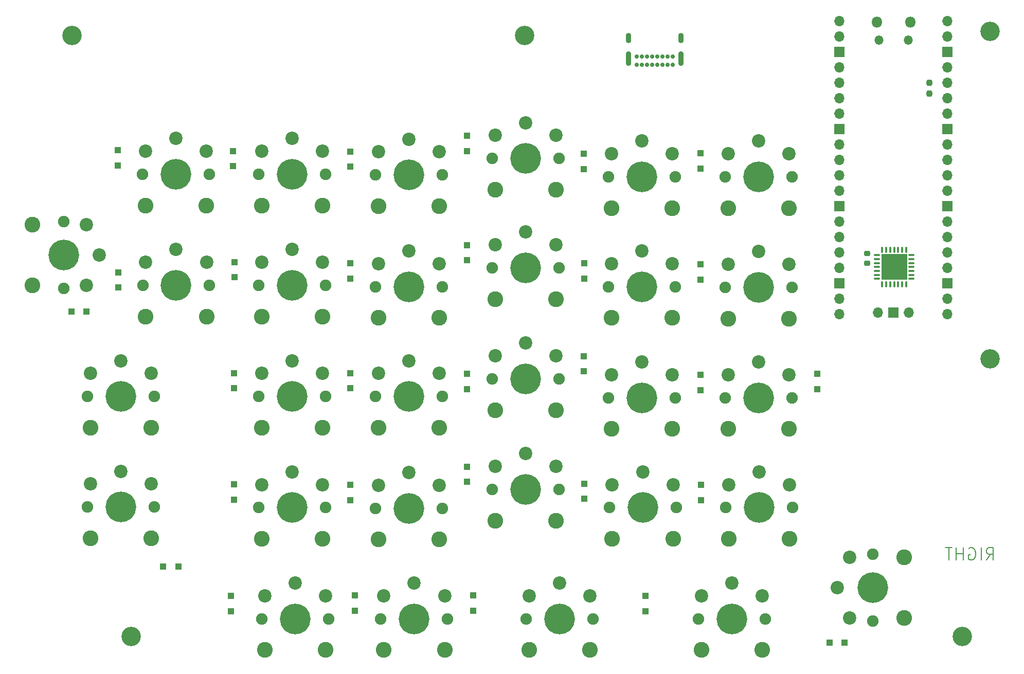
<source format=gbr>
%TF.GenerationSoftware,KiCad,Pcbnew,(6.0.6-0)*%
%TF.CreationDate,2023-01-06T16:27:02+00:00*%
%TF.ProjectId,MacSplit60,4d616353-706c-4697-9436-302e6b696361,rev?*%
%TF.SameCoordinates,Original*%
%TF.FileFunction,Soldermask,Bot*%
%TF.FilePolarity,Negative*%
%FSLAX46Y46*%
G04 Gerber Fmt 4.6, Leading zero omitted, Abs format (unit mm)*
G04 Created by KiCad (PCBNEW (6.0.6-0)) date 2023-01-06 16:27:02*
%MOMM*%
%LPD*%
G01*
G04 APERTURE LIST*
G04 Aperture macros list*
%AMRoundRect*
0 Rectangle with rounded corners*
0 $1 Rounding radius*
0 $2 $3 $4 $5 $6 $7 $8 $9 X,Y pos of 4 corners*
0 Add a 4 corners polygon primitive as box body*
4,1,4,$2,$3,$4,$5,$6,$7,$8,$9,$2,$3,0*
0 Add four circle primitives for the rounded corners*
1,1,$1+$1,$2,$3*
1,1,$1+$1,$4,$5*
1,1,$1+$1,$6,$7*
1,1,$1+$1,$8,$9*
0 Add four rect primitives between the rounded corners*
20,1,$1+$1,$2,$3,$4,$5,0*
20,1,$1+$1,$4,$5,$6,$7,0*
20,1,$1+$1,$6,$7,$8,$9,0*
20,1,$1+$1,$8,$9,$2,$3,0*%
G04 Aperture macros list end*
%ADD10C,0.150000*%
%ADD11C,1.900000*%
%ADD12C,5.050000*%
%ADD13C,2.600000*%
%ADD14C,2.200000*%
%ADD15O,1.800000X1.800000*%
%ADD16O,1.500000X1.500000*%
%ADD17O,1.700000X1.700000*%
%ADD18R,1.700000X1.700000*%
%ADD19C,3.200000*%
%ADD20C,0.700000*%
%ADD21O,0.900000X1.700000*%
%ADD22O,0.900000X2.400000*%
%ADD23R,1.000000X1.000000*%
%ADD24RoundRect,0.075000X-0.437500X-0.075000X0.437500X-0.075000X0.437500X0.075000X-0.437500X0.075000X0*%
%ADD25RoundRect,0.075000X-0.075000X-0.437500X0.075000X-0.437500X0.075000X0.437500X-0.075000X0.437500X0*%
%ADD26R,4.250000X4.250000*%
%ADD27RoundRect,0.237500X-0.237500X0.250000X-0.237500X-0.250000X0.237500X-0.250000X0.237500X0.250000X0*%
%ADD28RoundRect,0.225000X0.250000X-0.225000X0.250000X0.225000X-0.250000X0.225000X-0.250000X-0.225000X0*%
G04 APERTURE END LIST*
D10*
X248266666Y-125704761D02*
X248933333Y-124752380D01*
X249409523Y-125704761D02*
X249409523Y-123704761D01*
X248647619Y-123704761D01*
X248457142Y-123800000D01*
X248361904Y-123895238D01*
X248266666Y-124085714D01*
X248266666Y-124371428D01*
X248361904Y-124561904D01*
X248457142Y-124657142D01*
X248647619Y-124752380D01*
X249409523Y-124752380D01*
X247409523Y-125704761D02*
X247409523Y-123704761D01*
X245409523Y-123800000D02*
X245600000Y-123704761D01*
X245885714Y-123704761D01*
X246171428Y-123800000D01*
X246361904Y-123990476D01*
X246457142Y-124180952D01*
X246552380Y-124561904D01*
X246552380Y-124847619D01*
X246457142Y-125228571D01*
X246361904Y-125419047D01*
X246171428Y-125609523D01*
X245885714Y-125704761D01*
X245695238Y-125704761D01*
X245409523Y-125609523D01*
X245314285Y-125514285D01*
X245314285Y-124847619D01*
X245695238Y-124847619D01*
X244457142Y-125704761D02*
X244457142Y-123704761D01*
X244457142Y-124657142D02*
X243314285Y-124657142D01*
X243314285Y-125704761D02*
X243314285Y-123704761D01*
X242647619Y-123704761D02*
X241504761Y-123704761D01*
X242076190Y-125704761D02*
X242076190Y-123704761D01*
D11*
%TO.C,SW2*%
X128500000Y-62200000D03*
X139500000Y-62200000D03*
D12*
X134000000Y-62200000D03*
D13*
X129000000Y-67350000D03*
X139000000Y-67350000D03*
D14*
X134000000Y-56300000D03*
X129000000Y-58400000D03*
X139000000Y-58400000D03*
%TD*%
D11*
%TO.C,SW18*%
X205300000Y-99000000D03*
D13*
X215800000Y-104150000D03*
D12*
X210800000Y-99000000D03*
D13*
X205800000Y-104150000D03*
D11*
X216300000Y-99000000D03*
D14*
X210800000Y-93100000D03*
X205800000Y-95200000D03*
X215800000Y-95200000D03*
%TD*%
D15*
%TO.C,U1*%
X230275000Y-37100000D03*
D16*
X235425000Y-40130000D03*
X230575000Y-40130000D03*
D15*
X235725000Y-37100000D03*
D17*
X224110000Y-36970000D03*
X224110000Y-39510000D03*
D18*
X224110000Y-42050000D03*
D17*
X224110000Y-44590000D03*
X224110000Y-47130000D03*
X224110000Y-49670000D03*
X224110000Y-52210000D03*
D18*
X224110000Y-54750000D03*
D17*
X224110000Y-57290000D03*
X224110000Y-59830000D03*
X224110000Y-62370000D03*
X224110000Y-64910000D03*
D18*
X224110000Y-67450000D03*
D17*
X224110000Y-69990000D03*
X224110000Y-72530000D03*
X224110000Y-75070000D03*
X224110000Y-77610000D03*
D18*
X224110000Y-80150000D03*
D17*
X224110000Y-82690000D03*
X224110000Y-85230000D03*
X241890000Y-85230000D03*
X241890000Y-82690000D03*
D18*
X241890000Y-80150000D03*
D17*
X241890000Y-77610000D03*
X241890000Y-75070000D03*
X241890000Y-72530000D03*
X241890000Y-69990000D03*
D18*
X241890000Y-67450000D03*
D17*
X241890000Y-64910000D03*
X241890000Y-62370000D03*
X241890000Y-59830000D03*
X241890000Y-57290000D03*
D18*
X241890000Y-54750000D03*
D17*
X241890000Y-52210000D03*
X241890000Y-49670000D03*
X241890000Y-47130000D03*
X241890000Y-44590000D03*
D18*
X241890000Y-42050000D03*
D17*
X241890000Y-39510000D03*
X241890000Y-36970000D03*
X230460000Y-85000000D03*
D18*
X233000000Y-85000000D03*
D17*
X235540000Y-85000000D03*
%TD*%
D11*
%TO.C,SW23*%
X186200000Y-117100000D03*
D13*
X196700000Y-122250000D03*
D11*
X197200000Y-117100000D03*
D13*
X186700000Y-122250000D03*
D12*
X191700000Y-117100000D03*
D14*
X191700000Y-111200000D03*
X196700000Y-113300000D03*
X186700000Y-113300000D03*
%TD*%
D19*
%TO.C,H7*%
X172300000Y-39300000D03*
%TD*%
D13*
%TO.C,SW29*%
X234750000Y-135300000D03*
D11*
X229600000Y-124800000D03*
D12*
X229600000Y-130300000D03*
D11*
X229600000Y-135800000D03*
D13*
X234750000Y-125300000D03*
D14*
X223700000Y-130300000D03*
X225800000Y-135300000D03*
X225800000Y-125300000D03*
%TD*%
D12*
%TO.C,SW14*%
X134000000Y-98800000D03*
D13*
X139000000Y-103950000D03*
X129000000Y-103950000D03*
D11*
X128500000Y-98800000D03*
X139500000Y-98800000D03*
D14*
X134000000Y-92900000D03*
X139000000Y-95000000D03*
X129000000Y-95000000D03*
%TD*%
D20*
%TO.C,J1*%
X196675000Y-44125000D03*
X195825000Y-44125000D03*
X194975000Y-44125000D03*
X194125000Y-44125000D03*
X193275000Y-44125000D03*
X192425000Y-44125000D03*
X191575000Y-44125000D03*
X190725000Y-44125000D03*
X190725000Y-42775000D03*
X191575000Y-42775000D03*
X192425000Y-42775000D03*
X193275000Y-42775000D03*
X194125000Y-42775000D03*
X194975000Y-42775000D03*
X195825000Y-42775000D03*
X196675000Y-42775000D03*
D21*
X198025000Y-39765000D03*
X189375000Y-39765000D03*
D22*
X198025000Y-43145000D03*
X189375000Y-43145000D03*
%TD*%
D12*
%TO.C,SW13*%
X105800291Y-98800000D03*
D11*
X100300291Y-98800000D03*
X111300291Y-98800000D03*
D13*
X110800291Y-103950000D03*
X100800291Y-103950000D03*
D14*
X105800291Y-92900000D03*
X110800291Y-95000000D03*
X100800291Y-95000000D03*
%TD*%
D11*
%TO.C,SW6*%
X205300000Y-62600000D03*
D12*
X210800000Y-62600000D03*
D13*
X205800000Y-67750000D03*
D11*
X216300000Y-62600000D03*
D13*
X215800000Y-67750000D03*
D14*
X210800000Y-56700000D03*
X205800000Y-58800000D03*
X215800000Y-58800000D03*
%TD*%
D12*
%TO.C,SW27*%
X178000000Y-135394035D03*
D13*
X183000000Y-140544035D03*
D11*
X172500000Y-135394035D03*
X183500000Y-135394035D03*
D13*
X173000000Y-140544035D03*
D14*
X178000000Y-129494035D03*
X173000000Y-131594035D03*
X183000000Y-131594035D03*
%TD*%
D13*
%TO.C,SW10*%
X177400000Y-82750000D03*
D11*
X177900000Y-77600000D03*
X166900000Y-77600000D03*
D13*
X167400000Y-82750000D03*
D12*
X172400000Y-77600000D03*
D14*
X172400000Y-71700000D03*
X167400000Y-73800000D03*
X177400000Y-73800000D03*
%TD*%
D11*
%TO.C,SW1*%
X120370058Y-62200000D03*
X109370058Y-62200000D03*
D13*
X119870058Y-67350000D03*
X109870058Y-67350000D03*
D12*
X114870058Y-62200000D03*
D14*
X114870058Y-56300000D03*
X119870058Y-58400000D03*
X109870058Y-58400000D03*
%TD*%
D11*
%TO.C,SW11*%
X197100000Y-80700000D03*
D12*
X191600000Y-80700000D03*
D13*
X196600000Y-85850000D03*
D11*
X186100000Y-80700000D03*
D13*
X186600000Y-85850000D03*
D14*
X191600000Y-74800000D03*
X186600000Y-76900000D03*
X196600000Y-76900000D03*
%TD*%
D19*
%TO.C,H2*%
X244300000Y-138300000D03*
%TD*%
D13*
%TO.C,SW30*%
X91220058Y-70500000D03*
X91220058Y-80500000D03*
D11*
X96370058Y-81000000D03*
X96370058Y-70000000D03*
D12*
X96370058Y-75500000D03*
D14*
X102270058Y-75500000D03*
X100170058Y-70500000D03*
X100170058Y-80500000D03*
%TD*%
D12*
%TO.C,SW21*%
X153200000Y-117200000D03*
D13*
X148200000Y-122350000D03*
D11*
X147700000Y-117200000D03*
D13*
X158200000Y-122350000D03*
D11*
X158700000Y-117200000D03*
D14*
X153200000Y-111300000D03*
X158200000Y-113400000D03*
X148200000Y-113400000D03*
%TD*%
D19*
%TO.C,H5*%
X248900000Y-92600000D03*
%TD*%
D13*
%TO.C,SW9*%
X158200000Y-85850000D03*
D11*
X147700000Y-80700000D03*
D12*
X153200000Y-80700000D03*
D13*
X148200000Y-85850000D03*
D11*
X158700000Y-80700000D03*
D14*
X153200000Y-74800000D03*
X158200000Y-76900000D03*
X148200000Y-76900000D03*
%TD*%
D19*
%TO.C,H4*%
X97800000Y-39300000D03*
%TD*%
D11*
%TO.C,SW4*%
X166900000Y-59600000D03*
D13*
X167400000Y-64750000D03*
D11*
X177900000Y-59600000D03*
D12*
X172400000Y-59600000D03*
D13*
X177400000Y-64750000D03*
D14*
X172400000Y-53700000D03*
X167400000Y-55800000D03*
X177400000Y-55800000D03*
%TD*%
D13*
%TO.C,SW7*%
X119900291Y-85650000D03*
D11*
X109400291Y-80500000D03*
D13*
X109900291Y-85650000D03*
D12*
X114900291Y-80500000D03*
D11*
X120400291Y-80500000D03*
D14*
X114900291Y-74600000D03*
X119900291Y-76700000D03*
X109900291Y-76700000D03*
%TD*%
D19*
%TO.C,H6*%
X107500000Y-138300000D03*
%TD*%
D11*
%TO.C,SW17*%
X186100000Y-99000000D03*
X197100000Y-99000000D03*
D12*
X191600000Y-99000000D03*
D13*
X196600000Y-104150000D03*
X186600000Y-104150000D03*
D14*
X191600000Y-93100000D03*
X196600000Y-95200000D03*
X186600000Y-95200000D03*
%TD*%
D13*
%TO.C,SW19*%
X100800291Y-122150000D03*
D11*
X111300291Y-117000000D03*
D13*
X110800291Y-122150000D03*
D11*
X100300291Y-117000000D03*
D12*
X105800291Y-117000000D03*
D14*
X105800291Y-111100000D03*
X110800291Y-113200000D03*
X100800291Y-113200000D03*
%TD*%
D12*
%TO.C,SW24*%
X210900000Y-117100000D03*
D13*
X205900000Y-122250000D03*
D11*
X205400000Y-117100000D03*
X216400000Y-117100000D03*
D13*
X215900000Y-122250000D03*
D14*
X210900000Y-111200000D03*
X215900000Y-113300000D03*
X205900000Y-113300000D03*
%TD*%
D13*
%TO.C,SW28*%
X201399709Y-140544035D03*
D12*
X206399709Y-135394035D03*
D13*
X211399709Y-140544035D03*
D11*
X200899709Y-135394035D03*
X211899709Y-135394035D03*
D14*
X206399709Y-129494035D03*
X201399709Y-131594035D03*
X211399709Y-131594035D03*
%TD*%
D13*
%TO.C,SW5*%
X196600000Y-67750000D03*
D12*
X191600000Y-62600000D03*
D13*
X186600000Y-67750000D03*
D11*
X186100000Y-62600000D03*
X197100000Y-62600000D03*
D14*
X191600000Y-56700000D03*
X186600000Y-58800000D03*
X196600000Y-58800000D03*
%TD*%
D11*
%TO.C,SW3*%
X158700000Y-62300000D03*
D13*
X148200000Y-67450000D03*
D11*
X147700000Y-62300000D03*
D13*
X158200000Y-67450000D03*
D12*
X153200000Y-62300000D03*
D14*
X153200000Y-56400000D03*
X148200000Y-58500000D03*
X158200000Y-58500000D03*
%TD*%
D13*
%TO.C,SW25*%
X139500000Y-140550000D03*
D11*
X129000000Y-135400000D03*
D12*
X134500000Y-135400000D03*
D13*
X129500000Y-140550000D03*
D11*
X140000000Y-135400000D03*
D14*
X134500000Y-129500000D03*
X139500000Y-131600000D03*
X129500000Y-131600000D03*
%TD*%
D11*
%TO.C,SW22*%
X177900000Y-114100000D03*
D13*
X177400000Y-119250000D03*
D11*
X166900000Y-114100000D03*
D13*
X167400000Y-119250000D03*
D12*
X172400000Y-114100000D03*
D14*
X172400000Y-108200000D03*
X177400000Y-110300000D03*
X167400000Y-110300000D03*
%TD*%
D12*
%TO.C,SW15*%
X153200000Y-98800000D03*
D11*
X147700000Y-98800000D03*
D13*
X148200000Y-103950000D03*
X158200000Y-103950000D03*
D11*
X158700000Y-98800000D03*
D14*
X153200000Y-92900000D03*
X148200000Y-95000000D03*
X158200000Y-95000000D03*
%TD*%
D19*
%TO.C,H3*%
X248900000Y-38700000D03*
%TD*%
D13*
%TO.C,SW8*%
X139000000Y-85650000D03*
D11*
X139500000Y-80500000D03*
D12*
X134000000Y-80500000D03*
D11*
X128500000Y-80500000D03*
D13*
X129000000Y-85650000D03*
D14*
X134000000Y-74600000D03*
X129000000Y-76700000D03*
X139000000Y-76700000D03*
%TD*%
D12*
%TO.C,SW12*%
X210800000Y-80800000D03*
D13*
X205800000Y-85950000D03*
X215800000Y-85950000D03*
D11*
X205300000Y-80800000D03*
X216300000Y-80800000D03*
D14*
X210800000Y-74900000D03*
X215800000Y-77000000D03*
X205800000Y-77000000D03*
%TD*%
D12*
%TO.C,SW20*%
X134000000Y-117100000D03*
D11*
X128500000Y-117100000D03*
D13*
X129000000Y-122250000D03*
D11*
X139500000Y-117100000D03*
D13*
X139000000Y-122250000D03*
D14*
X134000000Y-111200000D03*
X129000000Y-113300000D03*
X139000000Y-113300000D03*
%TD*%
D11*
%TO.C,SW16*%
X177900000Y-95900000D03*
X166900000Y-95900000D03*
D13*
X167400000Y-101050000D03*
D12*
X172400000Y-95900000D03*
D13*
X177400000Y-101050000D03*
D14*
X172400000Y-90000000D03*
X167400000Y-92100000D03*
X177400000Y-92100000D03*
%TD*%
D11*
%TO.C,SW26*%
X159600000Y-135400000D03*
D13*
X149100000Y-140550000D03*
D12*
X154100000Y-135400000D03*
D13*
X159100000Y-140550000D03*
D11*
X148600000Y-135400000D03*
D14*
X154100000Y-129500000D03*
X159100000Y-131600000D03*
X149100000Y-131600000D03*
%TD*%
D23*
%TO.C,D12*%
X143600000Y-79350000D03*
X143600000Y-76850000D03*
%TD*%
%TO.C,D23*%
X124400291Y-115750000D03*
X124400291Y-113250000D03*
%TD*%
%TO.C,D19*%
X182000000Y-94650000D03*
X182000000Y-92150000D03*
%TD*%
%TO.C,D18*%
X162800000Y-97550000D03*
X162800000Y-95050000D03*
%TD*%
%TO.C,D13*%
X162800000Y-76350000D03*
X162800000Y-73850000D03*
%TD*%
%TO.C,D5*%
X182000000Y-61350000D03*
X182000000Y-58850000D03*
%TD*%
%TO.C,D29*%
X144300000Y-134050000D03*
X144300000Y-131550000D03*
%TD*%
D24*
%TO.C,U2*%
X230262500Y-79410000D03*
X230262500Y-78760000D03*
X230262500Y-78110000D03*
X230262500Y-77460000D03*
X230262500Y-76810000D03*
X230262500Y-76160000D03*
X230262500Y-75510000D03*
D25*
X231150000Y-74622500D03*
X231800000Y-74622500D03*
X232450000Y-74622500D03*
X233100000Y-74622500D03*
X233750000Y-74622500D03*
X234400000Y-74622500D03*
X235050000Y-74622500D03*
D24*
X235937500Y-75510000D03*
X235937500Y-76160000D03*
X235937500Y-76810000D03*
X235937500Y-77460000D03*
X235937500Y-78110000D03*
X235937500Y-78760000D03*
X235937500Y-79410000D03*
D25*
X235050000Y-80297500D03*
X234400000Y-80297500D03*
X233750000Y-80297500D03*
X233100000Y-80297500D03*
X232450000Y-80297500D03*
X231800000Y-80297500D03*
X231150000Y-80297500D03*
D26*
X233100000Y-77460000D03*
%TD*%
D27*
%TO.C,R1*%
X238890000Y-47117500D03*
X238890000Y-48942500D03*
%TD*%
D23*
%TO.C,D25*%
X162800000Y-112850000D03*
X162800000Y-110350000D03*
%TD*%
%TO.C,D30*%
X163800000Y-134050000D03*
X163800000Y-131550000D03*
%TD*%
%TO.C,D32*%
X222450000Y-139300000D03*
X224950000Y-139300000D03*
%TD*%
%TO.C,D24*%
X143600291Y-115850000D03*
X143600291Y-113350000D03*
%TD*%
%TO.C,D1*%
X105300291Y-60750000D03*
X105300291Y-58250000D03*
%TD*%
%TO.C,D2*%
X124300291Y-60850000D03*
X124300291Y-58350000D03*
%TD*%
%TO.C,D15*%
X201200000Y-79550000D03*
X201200000Y-77050000D03*
%TD*%
%TO.C,D10*%
X105400291Y-80850000D03*
X105400291Y-78350000D03*
%TD*%
%TO.C,D31*%
X192200000Y-134150000D03*
X192200000Y-131650000D03*
%TD*%
%TO.C,D22*%
X115250000Y-126800000D03*
X112750000Y-126800000D03*
%TD*%
%TO.C,D17*%
X143600291Y-97450000D03*
X143600291Y-94950000D03*
%TD*%
%TO.C,D26*%
X182100000Y-115650000D03*
X182100000Y-113150000D03*
%TD*%
%TO.C,D6*%
X201200000Y-61250000D03*
X201200000Y-58750000D03*
%TD*%
%TO.C,D4*%
X162800000Y-58350000D03*
X162800000Y-55850000D03*
%TD*%
%TO.C,D11*%
X124500291Y-79150000D03*
X124500291Y-76650000D03*
%TD*%
%TO.C,D16*%
X124400291Y-97450000D03*
X124400291Y-94950000D03*
%TD*%
%TO.C,D28*%
X123900000Y-134150000D03*
X123900000Y-131650000D03*
%TD*%
%TO.C,D14*%
X182100000Y-79350000D03*
X182100000Y-76850000D03*
%TD*%
%TO.C,D27*%
X201300000Y-115850000D03*
X201300000Y-113350000D03*
%TD*%
%TO.C,D20*%
X201200000Y-97750000D03*
X201200000Y-95250000D03*
%TD*%
%TO.C,D33*%
X97650291Y-84800000D03*
X100150291Y-84800000D03*
%TD*%
%TO.C,D21*%
X220400000Y-97550000D03*
X220400000Y-95050000D03*
%TD*%
%TO.C,D3*%
X143600000Y-60950000D03*
X143600000Y-58450000D03*
%TD*%
D28*
%TO.C,C2*%
X228660000Y-76825000D03*
X228660000Y-75275000D03*
%TD*%
M02*

</source>
